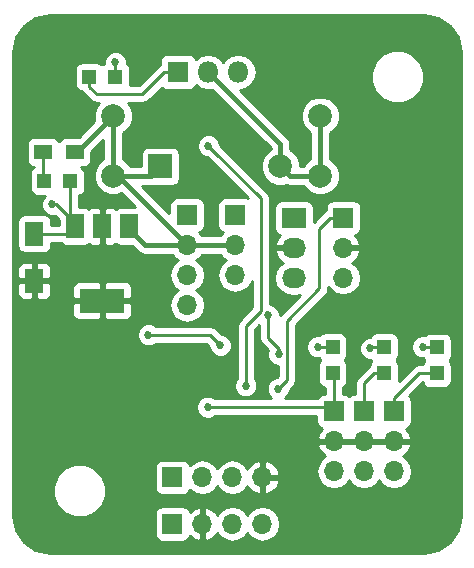
<source format=gbr>
G04 #@! TF.FileFunction,Copper,L2,Bot,Signal*
%FSLAX46Y46*%
G04 Gerber Fmt 4.6, Leading zero omitted, Abs format (unit mm)*
G04 Created by KiCad (PCBNEW 4.0.6) date Saturday, July 01, 2017 'AMt' 11:58:48 AM*
%MOMM*%
%LPD*%
G01*
G04 APERTURE LIST*
%ADD10C,0.100000*%
%ADD11R,1.600000X2.000000*%
%ADD12C,1.998980*%
%ADD13R,1.998980X1.998980*%
%ADD14R,1.700000X1.700000*%
%ADD15O,1.700000X1.700000*%
%ADD16R,2.032000X1.727200*%
%ADD17O,2.032000X1.727200*%
%ADD18C,2.000000*%
%ADD19R,1.800000X1.800000*%
%ADD20O,1.800000X1.800000*%
%ADD21R,1.500000X1.300000*%
%ADD22R,3.800000X2.000000*%
%ADD23R,1.500000X2.000000*%
%ADD24R,1.200000X1.200000*%
%ADD25C,0.685800*%
%ADD26C,0.254000*%
%ADD27C,0.406400*%
G04 APERTURE END LIST*
D10*
D11*
X198628000Y-102743000D03*
X198628000Y-98743000D03*
D12*
X219456000Y-93037660D03*
D13*
X209296000Y-93037660D03*
D14*
X224790000Y-97409000D03*
D15*
X224790000Y-99949000D03*
X224790000Y-102489000D03*
D14*
X224002600Y-113792000D03*
D15*
X224002600Y-116332000D03*
X224002600Y-118872000D03*
D14*
X226542600Y-113792000D03*
D15*
X226542600Y-116332000D03*
X226542600Y-118872000D03*
D14*
X229082600Y-113792000D03*
D15*
X229082600Y-116332000D03*
X229082600Y-118872000D03*
D14*
X215620600Y-97180400D03*
D15*
X215620600Y-99720400D03*
X215620600Y-102260400D03*
D14*
X211556600Y-97180400D03*
D15*
X211556600Y-99720400D03*
X211556600Y-102260400D03*
X211556600Y-104800400D03*
D16*
X220599000Y-97409000D03*
D17*
X220599000Y-99949000D03*
X220599000Y-102489000D03*
D18*
X222834200Y-93853000D03*
X222834200Y-88773000D03*
X205314200Y-93853000D03*
X205314200Y-88773000D03*
D14*
X210312000Y-123317000D03*
D15*
X212852000Y-123317000D03*
X215392000Y-123317000D03*
X217932000Y-123317000D03*
D14*
X210312000Y-119380000D03*
D15*
X212852000Y-119380000D03*
X215392000Y-119380000D03*
X217932000Y-119380000D03*
D19*
X210794600Y-85064600D03*
D20*
X213334600Y-85064600D03*
X215874600Y-85064600D03*
D21*
X202057000Y-91821000D03*
X199357000Y-91821000D03*
D22*
X204368400Y-104420200D03*
D23*
X204368400Y-98120200D03*
X206668400Y-98120200D03*
X202068400Y-98120200D03*
D24*
X223875600Y-110540800D03*
X223875600Y-108340800D03*
X228244400Y-110540800D03*
X228244400Y-108340800D03*
X232714800Y-110581800D03*
X232714800Y-108381800D03*
X199476000Y-94284800D03*
X201676000Y-94284800D03*
X203286000Y-85471000D03*
X205486000Y-85471000D03*
D25*
X210439000Y-116459000D03*
X200152000Y-96266000D03*
X213360000Y-91313000D03*
X216535000Y-111633000D03*
X227076000Y-108458000D03*
X208280000Y-107315000D03*
X214376000Y-108204000D03*
X222631000Y-108331000D03*
X231521000Y-108331000D03*
X205486000Y-84251800D03*
X219261111Y-111893614D03*
X218440000Y-105664000D03*
X219329000Y-108966000D03*
X213317798Y-113440740D03*
D26*
X202068400Y-98120200D02*
X202068400Y-97870200D01*
X202068400Y-97870200D02*
X200464200Y-96266000D01*
X200464200Y-96266000D02*
X200152000Y-96266000D01*
X198628000Y-98743000D02*
X201445600Y-98743000D01*
X201445600Y-98743000D02*
X202068400Y-98120200D01*
X201676000Y-94284800D02*
X201676000Y-97727800D01*
X201676000Y-97727800D02*
X202068400Y-98120200D01*
X213702899Y-91655899D02*
X213360000Y-91313000D01*
X217805000Y-95758000D02*
X213702899Y-91655899D01*
X217805000Y-105302808D02*
X217805000Y-95758000D01*
X216535000Y-106572808D02*
X217805000Y-105302808D01*
X216535000Y-111633000D02*
X216535000Y-106572808D01*
X207772000Y-86933200D02*
X203894200Y-86933200D01*
X203894200Y-86933200D02*
X203286000Y-86325000D01*
X203286000Y-86325000D02*
X203286000Y-85471000D01*
X210794600Y-85064600D02*
X209640600Y-85064600D01*
X209640600Y-85064600D02*
X207772000Y-86933200D01*
X228244400Y-108340800D02*
X227193200Y-108340800D01*
X227193200Y-108340800D02*
X227076000Y-108458000D01*
D27*
X205314200Y-88773000D02*
X202266200Y-91821000D01*
X202266200Y-91821000D02*
X202057000Y-91821000D01*
X205314200Y-93853000D02*
X205314200Y-88773000D01*
X205314200Y-93853000D02*
X208480660Y-93853000D01*
X208480660Y-93853000D02*
X209296000Y-93037660D01*
X211556600Y-99720400D02*
X205689200Y-93853000D01*
X205689200Y-93853000D02*
X205314200Y-93853000D01*
X211556600Y-99720400D02*
X208018600Y-99720400D01*
X208018600Y-99720400D02*
X206668400Y-98370200D01*
X206668400Y-98370200D02*
X206668400Y-98120200D01*
X211556600Y-99720400D02*
X215620600Y-99720400D01*
D26*
X226542600Y-113792000D02*
X226542600Y-111388600D01*
X226542600Y-111388600D02*
X227390400Y-110540800D01*
X227390400Y-110540800D02*
X228244400Y-110540800D01*
X228219000Y-110566200D02*
X228244400Y-110540800D01*
X229082600Y-113792000D02*
X229082600Y-112688000D01*
X231860800Y-110581800D02*
X232714800Y-110581800D01*
X229082600Y-112688000D02*
X231188800Y-110581800D01*
X231188800Y-110581800D02*
X231860800Y-110581800D01*
X232689400Y-110607200D02*
X232714800Y-110581800D01*
X214376000Y-108204000D02*
X213487000Y-107315000D01*
X213487000Y-107315000D02*
X208280000Y-107315000D01*
X223875600Y-108340800D02*
X222640800Y-108340800D01*
X222640800Y-108340800D02*
X222631000Y-108331000D01*
X232714800Y-108381800D02*
X231571800Y-108381800D01*
X231571800Y-108381800D02*
X231521000Y-108331000D01*
X199357000Y-91821000D02*
X199357000Y-94165800D01*
X199357000Y-94165800D02*
X199476000Y-94284800D01*
D27*
X222834200Y-93853000D02*
X220271340Y-93853000D01*
X220271340Y-93853000D02*
X219456000Y-93037660D01*
X222834200Y-93853000D02*
X222834200Y-88773000D01*
X219456000Y-93037660D02*
X219456000Y-91186000D01*
X219456000Y-91186000D02*
X213334600Y-85064600D01*
D26*
X205486000Y-84251800D02*
X205486000Y-85471000D01*
X219604010Y-111550715D02*
X219261111Y-111893614D01*
X220002101Y-111152624D02*
X219604010Y-111550715D01*
X222758000Y-98337000D02*
X222758000Y-103378000D01*
X223686000Y-97409000D02*
X222758000Y-98337000D01*
X224790000Y-97409000D02*
X223686000Y-97409000D01*
X222758000Y-103378000D02*
X220002101Y-106133899D01*
X220002101Y-106133899D02*
X220002101Y-111152624D01*
X218440000Y-107592067D02*
X218440000Y-105664000D01*
X219329000Y-108966000D02*
X219329000Y-108481067D01*
X219329000Y-108481067D02*
X218440000Y-107592067D01*
X224002600Y-113792000D02*
X224002600Y-110667800D01*
X224002600Y-110667800D02*
X223875600Y-110540800D01*
X213317798Y-113440740D02*
X223651340Y-113440740D01*
X223651340Y-113440740D02*
X224002600Y-113792000D01*
X223498940Y-113440740D02*
X223850200Y-113792000D01*
X223850200Y-110566200D02*
X223875600Y-110540800D01*
X223875600Y-113207800D02*
X223850200Y-113233200D01*
X223642660Y-113440740D02*
X223850200Y-113233200D01*
G36*
X232828995Y-80460824D02*
X233830196Y-81129804D01*
X234499175Y-82131005D01*
X234748000Y-83381931D01*
X234748000Y-122612069D01*
X234499175Y-123862995D01*
X233830196Y-124864196D01*
X232828995Y-125533176D01*
X231578069Y-125782000D01*
X199967931Y-125782000D01*
X198717005Y-125533175D01*
X197715804Y-124864196D01*
X197046824Y-123862995D01*
X196798000Y-122612069D01*
X196798000Y-120965619D01*
X200202613Y-120965619D01*
X200542155Y-121787372D01*
X201170321Y-122416636D01*
X201991481Y-122757611D01*
X202880619Y-122758387D01*
X203585828Y-122467000D01*
X208814560Y-122467000D01*
X208814560Y-124167000D01*
X208858838Y-124402317D01*
X208997910Y-124618441D01*
X209210110Y-124763431D01*
X209462000Y-124814440D01*
X211162000Y-124814440D01*
X211397317Y-124770162D01*
X211613441Y-124631090D01*
X211758431Y-124418890D01*
X211780301Y-124310893D01*
X212085076Y-124588645D01*
X212495110Y-124758476D01*
X212725000Y-124637155D01*
X212725000Y-123444000D01*
X212705000Y-123444000D01*
X212705000Y-123190000D01*
X212725000Y-123190000D01*
X212725000Y-121996845D01*
X212979000Y-121996845D01*
X212979000Y-123190000D01*
X212999000Y-123190000D01*
X212999000Y-123444000D01*
X212979000Y-123444000D01*
X212979000Y-124637155D01*
X213208890Y-124758476D01*
X213618924Y-124588645D01*
X214047183Y-124198358D01*
X214114298Y-124055447D01*
X214341946Y-124396147D01*
X214823715Y-124718054D01*
X215392000Y-124831093D01*
X215960285Y-124718054D01*
X216442054Y-124396147D01*
X216662000Y-124066974D01*
X216881946Y-124396147D01*
X217363715Y-124718054D01*
X217932000Y-124831093D01*
X218500285Y-124718054D01*
X218982054Y-124396147D01*
X219303961Y-123914378D01*
X219417000Y-123346093D01*
X219417000Y-123287907D01*
X219303961Y-122719622D01*
X218982054Y-122237853D01*
X218500285Y-121915946D01*
X217932000Y-121802907D01*
X217363715Y-121915946D01*
X216881946Y-122237853D01*
X216662000Y-122567026D01*
X216442054Y-122237853D01*
X215960285Y-121915946D01*
X215392000Y-121802907D01*
X214823715Y-121915946D01*
X214341946Y-122237853D01*
X214114298Y-122578553D01*
X214047183Y-122435642D01*
X213618924Y-122045355D01*
X213208890Y-121875524D01*
X212979000Y-121996845D01*
X212725000Y-121996845D01*
X212495110Y-121875524D01*
X212085076Y-122045355D01*
X211782063Y-122321501D01*
X211765162Y-122231683D01*
X211626090Y-122015559D01*
X211413890Y-121870569D01*
X211162000Y-121819560D01*
X209462000Y-121819560D01*
X209226683Y-121863838D01*
X209010559Y-122002910D01*
X208865569Y-122215110D01*
X208814560Y-122467000D01*
X203585828Y-122467000D01*
X203702372Y-122418845D01*
X204331636Y-121790679D01*
X204672611Y-120969519D01*
X204673387Y-120080381D01*
X204333845Y-119258628D01*
X203705679Y-118629364D01*
X203466384Y-118530000D01*
X208814560Y-118530000D01*
X208814560Y-120230000D01*
X208858838Y-120465317D01*
X208997910Y-120681441D01*
X209210110Y-120826431D01*
X209462000Y-120877440D01*
X211162000Y-120877440D01*
X211397317Y-120833162D01*
X211613441Y-120694090D01*
X211758431Y-120481890D01*
X211772086Y-120414459D01*
X211801946Y-120459147D01*
X212283715Y-120781054D01*
X212852000Y-120894093D01*
X213420285Y-120781054D01*
X213902054Y-120459147D01*
X214122000Y-120129974D01*
X214341946Y-120459147D01*
X214823715Y-120781054D01*
X215392000Y-120894093D01*
X215960285Y-120781054D01*
X216442054Y-120459147D01*
X216669702Y-120118447D01*
X216736817Y-120261358D01*
X217165076Y-120651645D01*
X217575110Y-120821476D01*
X217805000Y-120700155D01*
X217805000Y-119507000D01*
X218059000Y-119507000D01*
X218059000Y-120700155D01*
X218288890Y-120821476D01*
X218698924Y-120651645D01*
X219127183Y-120261358D01*
X219373486Y-119736892D01*
X219252819Y-119507000D01*
X218059000Y-119507000D01*
X217805000Y-119507000D01*
X217785000Y-119507000D01*
X217785000Y-119253000D01*
X217805000Y-119253000D01*
X217805000Y-118059845D01*
X218059000Y-118059845D01*
X218059000Y-119253000D01*
X219252819Y-119253000D01*
X219373486Y-119023108D01*
X219302522Y-118872000D01*
X222488507Y-118872000D01*
X222601546Y-119440285D01*
X222923453Y-119922054D01*
X223405222Y-120243961D01*
X223973507Y-120357000D01*
X224031693Y-120357000D01*
X224599978Y-120243961D01*
X225081747Y-119922054D01*
X225272600Y-119636422D01*
X225463453Y-119922054D01*
X225945222Y-120243961D01*
X226513507Y-120357000D01*
X226571693Y-120357000D01*
X227139978Y-120243961D01*
X227621747Y-119922054D01*
X227812600Y-119636422D01*
X228003453Y-119922054D01*
X228485222Y-120243961D01*
X229053507Y-120357000D01*
X229111693Y-120357000D01*
X229679978Y-120243961D01*
X230161747Y-119922054D01*
X230483654Y-119440285D01*
X230596693Y-118872000D01*
X230483654Y-118303715D01*
X230161747Y-117821946D01*
X229821047Y-117594298D01*
X229963958Y-117527183D01*
X230354245Y-117098924D01*
X230524076Y-116688890D01*
X230402755Y-116459000D01*
X229209600Y-116459000D01*
X229209600Y-116479000D01*
X228955600Y-116479000D01*
X228955600Y-116459000D01*
X226669600Y-116459000D01*
X226669600Y-116479000D01*
X226415600Y-116479000D01*
X226415600Y-116459000D01*
X224129600Y-116459000D01*
X224129600Y-116479000D01*
X223875600Y-116479000D01*
X223875600Y-116459000D01*
X222682445Y-116459000D01*
X222561124Y-116688890D01*
X222730955Y-117098924D01*
X223121242Y-117527183D01*
X223264153Y-117594298D01*
X222923453Y-117821946D01*
X222601546Y-118303715D01*
X222488507Y-118872000D01*
X219302522Y-118872000D01*
X219127183Y-118498642D01*
X218698924Y-118108355D01*
X218288890Y-117938524D01*
X218059000Y-118059845D01*
X217805000Y-118059845D01*
X217575110Y-117938524D01*
X217165076Y-118108355D01*
X216736817Y-118498642D01*
X216669702Y-118641553D01*
X216442054Y-118300853D01*
X215960285Y-117978946D01*
X215392000Y-117865907D01*
X214823715Y-117978946D01*
X214341946Y-118300853D01*
X214122000Y-118630026D01*
X213902054Y-118300853D01*
X213420285Y-117978946D01*
X212852000Y-117865907D01*
X212283715Y-117978946D01*
X211801946Y-118300853D01*
X211774150Y-118342452D01*
X211765162Y-118294683D01*
X211626090Y-118078559D01*
X211413890Y-117933569D01*
X211162000Y-117882560D01*
X209462000Y-117882560D01*
X209226683Y-117926838D01*
X209010559Y-118065910D01*
X208865569Y-118278110D01*
X208814560Y-118530000D01*
X203466384Y-118530000D01*
X202884519Y-118288389D01*
X201995381Y-118287613D01*
X201173628Y-118627155D01*
X200544364Y-119255321D01*
X200203389Y-120076481D01*
X200202613Y-120965619D01*
X196798000Y-120965619D01*
X196798000Y-107508663D01*
X207301931Y-107508663D01*
X207450493Y-107868212D01*
X207725341Y-108143540D01*
X208084630Y-108292730D01*
X208473663Y-108293069D01*
X208833212Y-108144507D01*
X208900837Y-108077000D01*
X213171370Y-108077000D01*
X213398013Y-108303643D01*
X213397931Y-108397663D01*
X213546493Y-108757212D01*
X213821341Y-109032540D01*
X214180630Y-109181730D01*
X214569663Y-109182069D01*
X214929212Y-109033507D01*
X215204540Y-108758659D01*
X215353730Y-108399370D01*
X215354069Y-108010337D01*
X215205507Y-107650788D01*
X214930659Y-107375460D01*
X214571370Y-107226270D01*
X214475817Y-107226187D01*
X214025815Y-106776185D01*
X213870960Y-106672714D01*
X213778605Y-106611004D01*
X213487000Y-106553000D01*
X208901083Y-106553000D01*
X208834659Y-106486460D01*
X208475370Y-106337270D01*
X208086337Y-106336931D01*
X207726788Y-106485493D01*
X207451460Y-106760341D01*
X207302270Y-107119630D01*
X207301931Y-107508663D01*
X196798000Y-107508663D01*
X196798000Y-104705950D01*
X201833400Y-104705950D01*
X201833400Y-105546509D01*
X201930073Y-105779898D01*
X202108701Y-105958527D01*
X202342090Y-106055200D01*
X204082650Y-106055200D01*
X204241400Y-105896450D01*
X204241400Y-104547200D01*
X204495400Y-104547200D01*
X204495400Y-105896450D01*
X204654150Y-106055200D01*
X206394710Y-106055200D01*
X206628099Y-105958527D01*
X206806727Y-105779898D01*
X206903400Y-105546509D01*
X206903400Y-104705950D01*
X206744650Y-104547200D01*
X204495400Y-104547200D01*
X204241400Y-104547200D01*
X201992150Y-104547200D01*
X201833400Y-104705950D01*
X196798000Y-104705950D01*
X196798000Y-103028750D01*
X197193000Y-103028750D01*
X197193000Y-103869309D01*
X197289673Y-104102698D01*
X197468301Y-104281327D01*
X197701690Y-104378000D01*
X198342250Y-104378000D01*
X198501000Y-104219250D01*
X198501000Y-102870000D01*
X198755000Y-102870000D01*
X198755000Y-104219250D01*
X198913750Y-104378000D01*
X199554310Y-104378000D01*
X199787699Y-104281327D01*
X199966327Y-104102698D01*
X200063000Y-103869309D01*
X200063000Y-103293891D01*
X201833400Y-103293891D01*
X201833400Y-104134450D01*
X201992150Y-104293200D01*
X204241400Y-104293200D01*
X204241400Y-102943950D01*
X204495400Y-102943950D01*
X204495400Y-104293200D01*
X206744650Y-104293200D01*
X206903400Y-104134450D01*
X206903400Y-103293891D01*
X206806727Y-103060502D01*
X206628099Y-102881873D01*
X206394710Y-102785200D01*
X204654150Y-102785200D01*
X204495400Y-102943950D01*
X204241400Y-102943950D01*
X204082650Y-102785200D01*
X202342090Y-102785200D01*
X202108701Y-102881873D01*
X201930073Y-103060502D01*
X201833400Y-103293891D01*
X200063000Y-103293891D01*
X200063000Y-103028750D01*
X199904250Y-102870000D01*
X198755000Y-102870000D01*
X198501000Y-102870000D01*
X197351750Y-102870000D01*
X197193000Y-103028750D01*
X196798000Y-103028750D01*
X196798000Y-101616691D01*
X197193000Y-101616691D01*
X197193000Y-102457250D01*
X197351750Y-102616000D01*
X198501000Y-102616000D01*
X198501000Y-101266750D01*
X198755000Y-101266750D01*
X198755000Y-102616000D01*
X199904250Y-102616000D01*
X200063000Y-102457250D01*
X200063000Y-101616691D01*
X199966327Y-101383302D01*
X199787699Y-101204673D01*
X199554310Y-101108000D01*
X198913750Y-101108000D01*
X198755000Y-101266750D01*
X198501000Y-101266750D01*
X198342250Y-101108000D01*
X197701690Y-101108000D01*
X197468301Y-101204673D01*
X197289673Y-101383302D01*
X197193000Y-101616691D01*
X196798000Y-101616691D01*
X196798000Y-97743000D01*
X197180560Y-97743000D01*
X197180560Y-99743000D01*
X197224838Y-99978317D01*
X197363910Y-100194441D01*
X197576110Y-100339431D01*
X197828000Y-100390440D01*
X199428000Y-100390440D01*
X199663317Y-100346162D01*
X199879441Y-100207090D01*
X200024431Y-99994890D01*
X200075440Y-99743000D01*
X200075440Y-99505000D01*
X200811428Y-99505000D01*
X200854310Y-99571641D01*
X201066510Y-99716631D01*
X201318400Y-99767640D01*
X202818400Y-99767640D01*
X203053717Y-99723362D01*
X203217892Y-99617718D01*
X203258701Y-99658527D01*
X203492090Y-99755200D01*
X204082650Y-99755200D01*
X204241400Y-99596450D01*
X204241400Y-98247200D01*
X204221400Y-98247200D01*
X204221400Y-97993200D01*
X204241400Y-97993200D01*
X204241400Y-96643950D01*
X204082650Y-96485200D01*
X203492090Y-96485200D01*
X203258701Y-96581873D01*
X203216740Y-96623834D01*
X203070290Y-96523769D01*
X202818400Y-96472760D01*
X202438000Y-96472760D01*
X202438000Y-95501758D01*
X202511317Y-95487962D01*
X202727441Y-95348890D01*
X202872431Y-95136690D01*
X202923440Y-94884800D01*
X202923440Y-93684800D01*
X202879162Y-93449483D01*
X202740090Y-93233359D01*
X202571900Y-93118440D01*
X202807000Y-93118440D01*
X203042317Y-93074162D01*
X203258441Y-92935090D01*
X203403431Y-92722890D01*
X203454440Y-92471000D01*
X203454440Y-91818154D01*
X204476000Y-90796594D01*
X204476000Y-92430264D01*
X204389257Y-92466106D01*
X203928922Y-92925637D01*
X203679484Y-93526352D01*
X203678916Y-94176795D01*
X203927306Y-94777943D01*
X204386837Y-95238278D01*
X204987552Y-95487716D01*
X205637995Y-95488284D01*
X205992579Y-95341773D01*
X207123566Y-96472760D01*
X205918400Y-96472760D01*
X205683083Y-96517038D01*
X205518908Y-96622682D01*
X205478099Y-96581873D01*
X205244710Y-96485200D01*
X204654150Y-96485200D01*
X204495400Y-96643950D01*
X204495400Y-97993200D01*
X204515400Y-97993200D01*
X204515400Y-98247200D01*
X204495400Y-98247200D01*
X204495400Y-99596450D01*
X204654150Y-99755200D01*
X205244710Y-99755200D01*
X205478099Y-99658527D01*
X205520060Y-99616566D01*
X205666510Y-99716631D01*
X205918400Y-99767640D01*
X206880446Y-99767640D01*
X207425903Y-100313097D01*
X207697834Y-100494796D01*
X208018600Y-100558600D01*
X210335897Y-100558600D01*
X210477453Y-100770454D01*
X210806626Y-100990400D01*
X210477453Y-101210346D01*
X210155546Y-101692115D01*
X210042507Y-102260400D01*
X210155546Y-102828685D01*
X210477453Y-103310454D01*
X210806626Y-103530400D01*
X210477453Y-103750346D01*
X210155546Y-104232115D01*
X210042507Y-104800400D01*
X210155546Y-105368685D01*
X210477453Y-105850454D01*
X210959222Y-106172361D01*
X211527507Y-106285400D01*
X211585693Y-106285400D01*
X212153978Y-106172361D01*
X212635747Y-105850454D01*
X212957654Y-105368685D01*
X213070693Y-104800400D01*
X212957654Y-104232115D01*
X212635747Y-103750346D01*
X212306574Y-103530400D01*
X212635747Y-103310454D01*
X212957654Y-102828685D01*
X213070693Y-102260400D01*
X212957654Y-101692115D01*
X212635747Y-101210346D01*
X212306574Y-100990400D01*
X212635747Y-100770454D01*
X212777303Y-100558600D01*
X214399897Y-100558600D01*
X214541453Y-100770454D01*
X214870626Y-100990400D01*
X214541453Y-101210346D01*
X214219546Y-101692115D01*
X214106507Y-102260400D01*
X214219546Y-102828685D01*
X214541453Y-103310454D01*
X215023222Y-103632361D01*
X215591507Y-103745400D01*
X215649693Y-103745400D01*
X216217978Y-103632361D01*
X216699747Y-103310454D01*
X217021654Y-102828685D01*
X217043000Y-102721371D01*
X217043000Y-104987177D01*
X215996185Y-106033993D01*
X215831004Y-106281203D01*
X215773000Y-106572808D01*
X215773000Y-111011917D01*
X215706460Y-111078341D01*
X215557270Y-111437630D01*
X215556931Y-111826663D01*
X215705493Y-112186212D01*
X215980341Y-112461540D01*
X216339630Y-112610730D01*
X216728663Y-112611069D01*
X217088212Y-112462507D01*
X217363540Y-112187659D01*
X217512730Y-111828370D01*
X217513069Y-111439337D01*
X217364507Y-111079788D01*
X217297000Y-111012163D01*
X217297000Y-106888438D01*
X217678000Y-106507438D01*
X217678000Y-107592067D01*
X217736004Y-107883672D01*
X217865182Y-108077000D01*
X217901185Y-108130882D01*
X218406918Y-108636615D01*
X218351270Y-108770630D01*
X218350931Y-109159663D01*
X218499493Y-109519212D01*
X218774341Y-109794540D01*
X219133630Y-109943730D01*
X219240101Y-109943823D01*
X219240101Y-110836994D01*
X219161468Y-110915627D01*
X219067448Y-110915545D01*
X218707899Y-111064107D01*
X218432571Y-111338955D01*
X218283381Y-111698244D01*
X218283042Y-112087277D01*
X218431604Y-112446826D01*
X218663114Y-112678740D01*
X213938881Y-112678740D01*
X213872457Y-112612200D01*
X213513168Y-112463010D01*
X213124135Y-112462671D01*
X212764586Y-112611233D01*
X212489258Y-112886081D01*
X212340068Y-113245370D01*
X212339729Y-113634403D01*
X212488291Y-113993952D01*
X212763139Y-114269280D01*
X213122428Y-114418470D01*
X213511461Y-114418809D01*
X213871010Y-114270247D01*
X213938635Y-114202740D01*
X222505160Y-114202740D01*
X222505160Y-114642000D01*
X222549438Y-114877317D01*
X222688510Y-115093441D01*
X222900710Y-115238431D01*
X223008707Y-115260301D01*
X222730955Y-115565076D01*
X222561124Y-115975110D01*
X222682445Y-116205000D01*
X223875600Y-116205000D01*
X223875600Y-116185000D01*
X224129600Y-116185000D01*
X224129600Y-116205000D01*
X226415600Y-116205000D01*
X226415600Y-116185000D01*
X226669600Y-116185000D01*
X226669600Y-116205000D01*
X228955600Y-116205000D01*
X228955600Y-116185000D01*
X229209600Y-116185000D01*
X229209600Y-116205000D01*
X230402755Y-116205000D01*
X230524076Y-115975110D01*
X230354245Y-115565076D01*
X230078099Y-115262063D01*
X230167917Y-115245162D01*
X230384041Y-115106090D01*
X230529031Y-114893890D01*
X230580040Y-114642000D01*
X230580040Y-112942000D01*
X230535762Y-112706683D01*
X230396690Y-112490559D01*
X230373510Y-112474721D01*
X231498886Y-111349345D01*
X231511638Y-111417117D01*
X231650710Y-111633241D01*
X231862910Y-111778231D01*
X232114800Y-111829240D01*
X233314800Y-111829240D01*
X233550117Y-111784962D01*
X233766241Y-111645890D01*
X233911231Y-111433690D01*
X233962240Y-111181800D01*
X233962240Y-109981800D01*
X233917962Y-109746483D01*
X233799730Y-109562745D01*
X233799875Y-109396665D01*
X233911231Y-109233690D01*
X233962240Y-108981800D01*
X233962240Y-107781800D01*
X233917962Y-107546483D01*
X233778890Y-107330359D01*
X233566690Y-107185369D01*
X233314800Y-107134360D01*
X232114800Y-107134360D01*
X231879483Y-107178638D01*
X231663359Y-107317710D01*
X231639108Y-107353203D01*
X231327337Y-107352931D01*
X230967788Y-107501493D01*
X230692460Y-107776341D01*
X230543270Y-108135630D01*
X230542931Y-108524663D01*
X230691493Y-108884212D01*
X230966341Y-109159540D01*
X231325630Y-109308730D01*
X231570727Y-109308944D01*
X231629870Y-109400855D01*
X231629725Y-109566935D01*
X231518369Y-109729910D01*
X231500166Y-109819800D01*
X231188800Y-109819800D01*
X230897195Y-109877804D01*
X230802915Y-109940800D01*
X230649985Y-110042984D01*
X229476521Y-111216449D01*
X229491840Y-111140800D01*
X229491840Y-109940800D01*
X229447562Y-109705483D01*
X229329330Y-109521745D01*
X229329475Y-109355665D01*
X229440831Y-109192690D01*
X229491840Y-108940800D01*
X229491840Y-107740800D01*
X229447562Y-107505483D01*
X229308490Y-107289359D01*
X229096290Y-107144369D01*
X228844400Y-107093360D01*
X227644400Y-107093360D01*
X227409083Y-107137638D01*
X227192959Y-107276710D01*
X227054002Y-107480081D01*
X226882337Y-107479931D01*
X226522788Y-107628493D01*
X226247460Y-107903341D01*
X226098270Y-108262630D01*
X226097931Y-108651663D01*
X226246493Y-109011212D01*
X226521341Y-109286540D01*
X226880630Y-109435730D01*
X227159404Y-109435973D01*
X227159325Y-109525935D01*
X227047969Y-109688910D01*
X227005380Y-109899222D01*
X226851584Y-110001985D01*
X226003785Y-110849785D01*
X225838604Y-111096995D01*
X225780600Y-111388600D01*
X225780600Y-112294560D01*
X225692600Y-112294560D01*
X225457283Y-112338838D01*
X225270523Y-112459015D01*
X225104490Y-112345569D01*
X224852600Y-112294560D01*
X224764600Y-112294560D01*
X224764600Y-111709418D01*
X224927041Y-111604890D01*
X225072031Y-111392690D01*
X225123040Y-111140800D01*
X225123040Y-109940800D01*
X225078762Y-109705483D01*
X224960530Y-109521745D01*
X224960675Y-109355665D01*
X225072031Y-109192690D01*
X225123040Y-108940800D01*
X225123040Y-107740800D01*
X225078762Y-107505483D01*
X224939690Y-107289359D01*
X224727490Y-107144369D01*
X224475600Y-107093360D01*
X223275600Y-107093360D01*
X223040283Y-107137638D01*
X222824159Y-107276710D01*
X222771880Y-107353223D01*
X222437337Y-107352931D01*
X222077788Y-107501493D01*
X221802460Y-107776341D01*
X221653270Y-108135630D01*
X221652931Y-108524663D01*
X221801493Y-108884212D01*
X222076341Y-109159540D01*
X222435630Y-109308730D01*
X222757953Y-109309011D01*
X222790670Y-109359855D01*
X222790525Y-109525935D01*
X222679169Y-109688910D01*
X222628160Y-109940800D01*
X222628160Y-111140800D01*
X222672438Y-111376117D01*
X222811510Y-111592241D01*
X223023710Y-111737231D01*
X223240600Y-111781152D01*
X223240600Y-112294560D01*
X223152600Y-112294560D01*
X222917283Y-112338838D01*
X222701159Y-112477910D01*
X222563938Y-112678740D01*
X219858782Y-112678740D01*
X220089651Y-112448273D01*
X220238841Y-112088984D01*
X220238924Y-111993431D01*
X220540917Y-111691439D01*
X220639935Y-111543247D01*
X220706097Y-111444229D01*
X220764101Y-111152624D01*
X220764101Y-106449529D01*
X223296816Y-103916815D01*
X223411351Y-103745400D01*
X223461996Y-103669605D01*
X223520000Y-103378000D01*
X223520000Y-103253422D01*
X223710853Y-103539054D01*
X224192622Y-103860961D01*
X224760907Y-103974000D01*
X224819093Y-103974000D01*
X225387378Y-103860961D01*
X225869147Y-103539054D01*
X226191054Y-103057285D01*
X226304093Y-102489000D01*
X226191054Y-101920715D01*
X225869147Y-101438946D01*
X225528447Y-101211298D01*
X225671358Y-101144183D01*
X226061645Y-100715924D01*
X226231476Y-100305890D01*
X226110155Y-100076000D01*
X224917000Y-100076000D01*
X224917000Y-100096000D01*
X224663000Y-100096000D01*
X224663000Y-100076000D01*
X224643000Y-100076000D01*
X224643000Y-99822000D01*
X224663000Y-99822000D01*
X224663000Y-99802000D01*
X224917000Y-99802000D01*
X224917000Y-99822000D01*
X226110155Y-99822000D01*
X226231476Y-99592110D01*
X226061645Y-99182076D01*
X225785499Y-98879063D01*
X225875317Y-98862162D01*
X226091441Y-98723090D01*
X226236431Y-98510890D01*
X226287440Y-98259000D01*
X226287440Y-96559000D01*
X226243162Y-96323683D01*
X226104090Y-96107559D01*
X225891890Y-95962569D01*
X225640000Y-95911560D01*
X223940000Y-95911560D01*
X223704683Y-95955838D01*
X223488559Y-96094910D01*
X223343569Y-96307110D01*
X223292560Y-96559000D01*
X223292560Y-96773048D01*
X223147185Y-96870185D01*
X222262440Y-97754930D01*
X222262440Y-96545400D01*
X222218162Y-96310083D01*
X222079090Y-96093959D01*
X221866890Y-95948969D01*
X221615000Y-95897960D01*
X219583000Y-95897960D01*
X219347683Y-95942238D01*
X219131559Y-96081310D01*
X218986569Y-96293510D01*
X218935560Y-96545400D01*
X218935560Y-98272600D01*
X218979838Y-98507917D01*
X219118910Y-98724041D01*
X219331110Y-98869031D01*
X219425927Y-98888232D01*
X219248268Y-99046964D01*
X218994291Y-99574209D01*
X218991642Y-99589974D01*
X219112783Y-99822000D01*
X220472000Y-99822000D01*
X220472000Y-99802000D01*
X220726000Y-99802000D01*
X220726000Y-99822000D01*
X220746000Y-99822000D01*
X220746000Y-100076000D01*
X220726000Y-100076000D01*
X220726000Y-100096000D01*
X220472000Y-100096000D01*
X220472000Y-100076000D01*
X219112783Y-100076000D01*
X218991642Y-100308026D01*
X218994291Y-100323791D01*
X219248268Y-100851036D01*
X219664069Y-101222539D01*
X219354585Y-101429330D01*
X219029729Y-101915511D01*
X218915655Y-102489000D01*
X219029729Y-103062489D01*
X219354585Y-103548670D01*
X219840766Y-103873526D01*
X220414255Y-103987600D01*
X220783745Y-103987600D01*
X221142038Y-103916331D01*
X219463286Y-105595084D01*
X219417901Y-105663007D01*
X219418069Y-105470337D01*
X219269507Y-105110788D01*
X218994659Y-104835460D01*
X218635370Y-104686270D01*
X218567000Y-104686210D01*
X218567000Y-95758000D01*
X218508996Y-95466395D01*
X218343815Y-95219185D01*
X214337987Y-91213357D01*
X214338069Y-91119337D01*
X214189507Y-90759788D01*
X213914659Y-90484460D01*
X213555370Y-90335270D01*
X213166337Y-90334931D01*
X212806788Y-90483493D01*
X212531460Y-90758341D01*
X212382270Y-91117630D01*
X212381931Y-91506663D01*
X212530493Y-91866212D01*
X212805341Y-92141540D01*
X213164630Y-92290730D01*
X213260183Y-92290813D01*
X216698476Y-95729106D01*
X216470600Y-95682960D01*
X214770600Y-95682960D01*
X214535283Y-95727238D01*
X214319159Y-95866310D01*
X214174169Y-96078510D01*
X214123160Y-96330400D01*
X214123160Y-98030400D01*
X214167438Y-98265717D01*
X214306510Y-98481841D01*
X214518710Y-98626831D01*
X214586141Y-98640486D01*
X214541453Y-98670346D01*
X214399897Y-98882200D01*
X212777303Y-98882200D01*
X212635747Y-98670346D01*
X212594148Y-98642550D01*
X212641917Y-98633562D01*
X212858041Y-98494490D01*
X213003031Y-98282290D01*
X213054040Y-98030400D01*
X213054040Y-96330400D01*
X213009762Y-96095083D01*
X212870690Y-95878959D01*
X212658490Y-95733969D01*
X212406600Y-95682960D01*
X210706600Y-95682960D01*
X210471283Y-95727238D01*
X210255159Y-95866310D01*
X210110169Y-96078510D01*
X210059160Y-96330400D01*
X210059160Y-97037566D01*
X207712794Y-94691200D01*
X208480660Y-94691200D01*
X208513891Y-94684590D01*
X210295490Y-94684590D01*
X210530807Y-94640312D01*
X210746931Y-94501240D01*
X210891921Y-94289040D01*
X210942930Y-94037150D01*
X210942930Y-92038170D01*
X210898652Y-91802853D01*
X210759580Y-91586729D01*
X210547380Y-91441739D01*
X210295490Y-91390730D01*
X208296510Y-91390730D01*
X208061193Y-91435008D01*
X207845069Y-91574080D01*
X207700079Y-91786280D01*
X207649070Y-92038170D01*
X207649070Y-93014800D01*
X206736936Y-93014800D01*
X206701094Y-92928057D01*
X206241563Y-92467722D01*
X206152400Y-92430698D01*
X206152400Y-90195736D01*
X206239143Y-90159894D01*
X206699478Y-89700363D01*
X206948916Y-89099648D01*
X206949484Y-88449205D01*
X206701094Y-87848057D01*
X206548504Y-87695200D01*
X207772000Y-87695200D01*
X208063605Y-87637196D01*
X208310815Y-87472015D01*
X209405561Y-86377269D01*
X209430510Y-86416041D01*
X209642710Y-86561031D01*
X209894600Y-86612040D01*
X211694600Y-86612040D01*
X211929917Y-86567762D01*
X212146041Y-86428690D01*
X212291031Y-86216490D01*
X212294319Y-86200256D01*
X212717109Y-86482755D01*
X213304528Y-86599600D01*
X213364672Y-86599600D01*
X213631192Y-86546586D01*
X218617800Y-91533194D01*
X218617800Y-91615476D01*
X218531345Y-91651198D01*
X218071154Y-92110587D01*
X217821794Y-92711113D01*
X217821226Y-93361354D01*
X218069538Y-93962315D01*
X218528927Y-94422506D01*
X219129453Y-94671866D01*
X219779694Y-94672434D01*
X219926930Y-94611597D01*
X219950575Y-94627396D01*
X220271340Y-94691200D01*
X221411464Y-94691200D01*
X221447306Y-94777943D01*
X221906837Y-95238278D01*
X222507552Y-95487716D01*
X223157995Y-95488284D01*
X223759143Y-95239894D01*
X224219478Y-94780363D01*
X224468916Y-94179648D01*
X224469484Y-93529205D01*
X224221094Y-92928057D01*
X223761563Y-92467722D01*
X223672400Y-92430698D01*
X223672400Y-90195736D01*
X223759143Y-90159894D01*
X224219478Y-89700363D01*
X224468916Y-89099648D01*
X224469484Y-88449205D01*
X224221094Y-87848057D01*
X223761563Y-87387722D01*
X223160848Y-87138284D01*
X222510405Y-87137716D01*
X221909257Y-87386106D01*
X221448922Y-87845637D01*
X221199484Y-88446352D01*
X221198916Y-89096795D01*
X221447306Y-89697943D01*
X221906837Y-90158278D01*
X221996000Y-90195302D01*
X221996000Y-92430264D01*
X221909257Y-92466106D01*
X221448922Y-92925637D01*
X221411898Y-93014800D01*
X221090511Y-93014800D01*
X221090774Y-92713966D01*
X220842462Y-92113005D01*
X220383073Y-91652814D01*
X220294200Y-91615911D01*
X220294200Y-91186000D01*
X220230396Y-90865235D01*
X220048697Y-90593303D01*
X216030054Y-86574660D01*
X216492091Y-86482755D01*
X216990081Y-86150009D01*
X217148031Y-85913619D01*
X227126613Y-85913619D01*
X227466155Y-86735372D01*
X228094321Y-87364636D01*
X228915481Y-87705611D01*
X229804619Y-87706387D01*
X230626372Y-87366845D01*
X231255636Y-86738679D01*
X231596611Y-85917519D01*
X231597387Y-85028381D01*
X231257845Y-84206628D01*
X230629679Y-83577364D01*
X229808519Y-83236389D01*
X228919381Y-83235613D01*
X228097628Y-83575155D01*
X227468364Y-84203321D01*
X227127389Y-85024481D01*
X227126613Y-85913619D01*
X217148031Y-85913619D01*
X217322827Y-85652019D01*
X217439672Y-85064600D01*
X217322827Y-84477181D01*
X216990081Y-83979191D01*
X216492091Y-83646445D01*
X215904672Y-83529600D01*
X215844528Y-83529600D01*
X215257109Y-83646445D01*
X214759119Y-83979191D01*
X214604600Y-84210445D01*
X214450081Y-83979191D01*
X213952091Y-83646445D01*
X213364672Y-83529600D01*
X213304528Y-83529600D01*
X212717109Y-83646445D01*
X212296574Y-83927437D01*
X212158690Y-83713159D01*
X211946490Y-83568169D01*
X211694600Y-83517160D01*
X209894600Y-83517160D01*
X209659283Y-83561438D01*
X209443159Y-83700510D01*
X209298169Y-83912710D01*
X209247160Y-84164600D01*
X209247160Y-84428648D01*
X209101784Y-84525785D01*
X207456370Y-86171200D01*
X206713149Y-86171200D01*
X206733440Y-86071000D01*
X206733440Y-84871000D01*
X206689162Y-84635683D01*
X206550090Y-84419559D01*
X206463805Y-84360603D01*
X206464069Y-84058137D01*
X206315507Y-83698588D01*
X206040659Y-83423260D01*
X205681370Y-83274070D01*
X205292337Y-83273731D01*
X204932788Y-83422293D01*
X204657460Y-83697141D01*
X204508270Y-84056430D01*
X204508006Y-84359648D01*
X204466945Y-84386070D01*
X204300865Y-84385925D01*
X204137890Y-84274569D01*
X203886000Y-84223560D01*
X202686000Y-84223560D01*
X202450683Y-84267838D01*
X202234559Y-84406910D01*
X202089569Y-84619110D01*
X202038560Y-84871000D01*
X202038560Y-86071000D01*
X202082838Y-86306317D01*
X202221910Y-86522441D01*
X202434110Y-86667431D01*
X202644422Y-86710020D01*
X202661362Y-86735372D01*
X202747185Y-86863815D01*
X203355385Y-87472016D01*
X203503577Y-87571034D01*
X203602595Y-87637196D01*
X203894200Y-87695200D01*
X204079622Y-87695200D01*
X203928922Y-87845637D01*
X203679484Y-88446352D01*
X203678916Y-89096795D01*
X203715784Y-89186022D01*
X202378246Y-90523560D01*
X201307000Y-90523560D01*
X201071683Y-90567838D01*
X200855559Y-90706910D01*
X200710569Y-90919110D01*
X200707919Y-90932197D01*
X200571090Y-90719559D01*
X200358890Y-90574569D01*
X200107000Y-90523560D01*
X198607000Y-90523560D01*
X198371683Y-90567838D01*
X198155559Y-90706910D01*
X198010569Y-90919110D01*
X197959560Y-91171000D01*
X197959560Y-92471000D01*
X198003838Y-92706317D01*
X198142910Y-92922441D01*
X198355110Y-93067431D01*
X198589118Y-93114819D01*
X198424559Y-93220710D01*
X198279569Y-93432910D01*
X198228560Y-93684800D01*
X198228560Y-94884800D01*
X198272838Y-95120117D01*
X198411910Y-95336241D01*
X198624110Y-95481231D01*
X198876000Y-95532240D01*
X199502874Y-95532240D01*
X199323460Y-95711341D01*
X199174270Y-96070630D01*
X199173931Y-96459663D01*
X199322493Y-96819212D01*
X199597341Y-97094540D01*
X199956630Y-97243730D01*
X200345663Y-97244069D01*
X200359091Y-97238521D01*
X200670960Y-97550390D01*
X200670960Y-97981000D01*
X200075440Y-97981000D01*
X200075440Y-97743000D01*
X200031162Y-97507683D01*
X199892090Y-97291559D01*
X199679890Y-97146569D01*
X199428000Y-97095560D01*
X197828000Y-97095560D01*
X197592683Y-97139838D01*
X197376559Y-97278910D01*
X197231569Y-97491110D01*
X197180560Y-97743000D01*
X196798000Y-97743000D01*
X196798000Y-83381931D01*
X197046824Y-82131005D01*
X197715804Y-81129804D01*
X198717005Y-80460825D01*
X199967931Y-80212000D01*
X231578069Y-80212000D01*
X232828995Y-80460824D01*
X232828995Y-80460824D01*
G37*
X232828995Y-80460824D02*
X233830196Y-81129804D01*
X234499175Y-82131005D01*
X234748000Y-83381931D01*
X234748000Y-122612069D01*
X234499175Y-123862995D01*
X233830196Y-124864196D01*
X232828995Y-125533176D01*
X231578069Y-125782000D01*
X199967931Y-125782000D01*
X198717005Y-125533175D01*
X197715804Y-124864196D01*
X197046824Y-123862995D01*
X196798000Y-122612069D01*
X196798000Y-120965619D01*
X200202613Y-120965619D01*
X200542155Y-121787372D01*
X201170321Y-122416636D01*
X201991481Y-122757611D01*
X202880619Y-122758387D01*
X203585828Y-122467000D01*
X208814560Y-122467000D01*
X208814560Y-124167000D01*
X208858838Y-124402317D01*
X208997910Y-124618441D01*
X209210110Y-124763431D01*
X209462000Y-124814440D01*
X211162000Y-124814440D01*
X211397317Y-124770162D01*
X211613441Y-124631090D01*
X211758431Y-124418890D01*
X211780301Y-124310893D01*
X212085076Y-124588645D01*
X212495110Y-124758476D01*
X212725000Y-124637155D01*
X212725000Y-123444000D01*
X212705000Y-123444000D01*
X212705000Y-123190000D01*
X212725000Y-123190000D01*
X212725000Y-121996845D01*
X212979000Y-121996845D01*
X212979000Y-123190000D01*
X212999000Y-123190000D01*
X212999000Y-123444000D01*
X212979000Y-123444000D01*
X212979000Y-124637155D01*
X213208890Y-124758476D01*
X213618924Y-124588645D01*
X214047183Y-124198358D01*
X214114298Y-124055447D01*
X214341946Y-124396147D01*
X214823715Y-124718054D01*
X215392000Y-124831093D01*
X215960285Y-124718054D01*
X216442054Y-124396147D01*
X216662000Y-124066974D01*
X216881946Y-124396147D01*
X217363715Y-124718054D01*
X217932000Y-124831093D01*
X218500285Y-124718054D01*
X218982054Y-124396147D01*
X219303961Y-123914378D01*
X219417000Y-123346093D01*
X219417000Y-123287907D01*
X219303961Y-122719622D01*
X218982054Y-122237853D01*
X218500285Y-121915946D01*
X217932000Y-121802907D01*
X217363715Y-121915946D01*
X216881946Y-122237853D01*
X216662000Y-122567026D01*
X216442054Y-122237853D01*
X215960285Y-121915946D01*
X215392000Y-121802907D01*
X214823715Y-121915946D01*
X214341946Y-122237853D01*
X214114298Y-122578553D01*
X214047183Y-122435642D01*
X213618924Y-122045355D01*
X213208890Y-121875524D01*
X212979000Y-121996845D01*
X212725000Y-121996845D01*
X212495110Y-121875524D01*
X212085076Y-122045355D01*
X211782063Y-122321501D01*
X211765162Y-122231683D01*
X211626090Y-122015559D01*
X211413890Y-121870569D01*
X211162000Y-121819560D01*
X209462000Y-121819560D01*
X209226683Y-121863838D01*
X209010559Y-122002910D01*
X208865569Y-122215110D01*
X208814560Y-122467000D01*
X203585828Y-122467000D01*
X203702372Y-122418845D01*
X204331636Y-121790679D01*
X204672611Y-120969519D01*
X204673387Y-120080381D01*
X204333845Y-119258628D01*
X203705679Y-118629364D01*
X203466384Y-118530000D01*
X208814560Y-118530000D01*
X208814560Y-120230000D01*
X208858838Y-120465317D01*
X208997910Y-120681441D01*
X209210110Y-120826431D01*
X209462000Y-120877440D01*
X211162000Y-120877440D01*
X211397317Y-120833162D01*
X211613441Y-120694090D01*
X211758431Y-120481890D01*
X211772086Y-120414459D01*
X211801946Y-120459147D01*
X212283715Y-120781054D01*
X212852000Y-120894093D01*
X213420285Y-120781054D01*
X213902054Y-120459147D01*
X214122000Y-120129974D01*
X214341946Y-120459147D01*
X214823715Y-120781054D01*
X215392000Y-120894093D01*
X215960285Y-120781054D01*
X216442054Y-120459147D01*
X216669702Y-120118447D01*
X216736817Y-120261358D01*
X217165076Y-120651645D01*
X217575110Y-120821476D01*
X217805000Y-120700155D01*
X217805000Y-119507000D01*
X218059000Y-119507000D01*
X218059000Y-120700155D01*
X218288890Y-120821476D01*
X218698924Y-120651645D01*
X219127183Y-120261358D01*
X219373486Y-119736892D01*
X219252819Y-119507000D01*
X218059000Y-119507000D01*
X217805000Y-119507000D01*
X217785000Y-119507000D01*
X217785000Y-119253000D01*
X217805000Y-119253000D01*
X217805000Y-118059845D01*
X218059000Y-118059845D01*
X218059000Y-119253000D01*
X219252819Y-119253000D01*
X219373486Y-119023108D01*
X219302522Y-118872000D01*
X222488507Y-118872000D01*
X222601546Y-119440285D01*
X222923453Y-119922054D01*
X223405222Y-120243961D01*
X223973507Y-120357000D01*
X224031693Y-120357000D01*
X224599978Y-120243961D01*
X225081747Y-119922054D01*
X225272600Y-119636422D01*
X225463453Y-119922054D01*
X225945222Y-120243961D01*
X226513507Y-120357000D01*
X226571693Y-120357000D01*
X227139978Y-120243961D01*
X227621747Y-119922054D01*
X227812600Y-119636422D01*
X228003453Y-119922054D01*
X228485222Y-120243961D01*
X229053507Y-120357000D01*
X229111693Y-120357000D01*
X229679978Y-120243961D01*
X230161747Y-119922054D01*
X230483654Y-119440285D01*
X230596693Y-118872000D01*
X230483654Y-118303715D01*
X230161747Y-117821946D01*
X229821047Y-117594298D01*
X229963958Y-117527183D01*
X230354245Y-117098924D01*
X230524076Y-116688890D01*
X230402755Y-116459000D01*
X229209600Y-116459000D01*
X229209600Y-116479000D01*
X228955600Y-116479000D01*
X228955600Y-116459000D01*
X226669600Y-116459000D01*
X226669600Y-116479000D01*
X226415600Y-116479000D01*
X226415600Y-116459000D01*
X224129600Y-116459000D01*
X224129600Y-116479000D01*
X223875600Y-116479000D01*
X223875600Y-116459000D01*
X222682445Y-116459000D01*
X222561124Y-116688890D01*
X222730955Y-117098924D01*
X223121242Y-117527183D01*
X223264153Y-117594298D01*
X222923453Y-117821946D01*
X222601546Y-118303715D01*
X222488507Y-118872000D01*
X219302522Y-118872000D01*
X219127183Y-118498642D01*
X218698924Y-118108355D01*
X218288890Y-117938524D01*
X218059000Y-118059845D01*
X217805000Y-118059845D01*
X217575110Y-117938524D01*
X217165076Y-118108355D01*
X216736817Y-118498642D01*
X216669702Y-118641553D01*
X216442054Y-118300853D01*
X215960285Y-117978946D01*
X215392000Y-117865907D01*
X214823715Y-117978946D01*
X214341946Y-118300853D01*
X214122000Y-118630026D01*
X213902054Y-118300853D01*
X213420285Y-117978946D01*
X212852000Y-117865907D01*
X212283715Y-117978946D01*
X211801946Y-118300853D01*
X211774150Y-118342452D01*
X211765162Y-118294683D01*
X211626090Y-118078559D01*
X211413890Y-117933569D01*
X211162000Y-117882560D01*
X209462000Y-117882560D01*
X209226683Y-117926838D01*
X209010559Y-118065910D01*
X208865569Y-118278110D01*
X208814560Y-118530000D01*
X203466384Y-118530000D01*
X202884519Y-118288389D01*
X201995381Y-118287613D01*
X201173628Y-118627155D01*
X200544364Y-119255321D01*
X200203389Y-120076481D01*
X200202613Y-120965619D01*
X196798000Y-120965619D01*
X196798000Y-107508663D01*
X207301931Y-107508663D01*
X207450493Y-107868212D01*
X207725341Y-108143540D01*
X208084630Y-108292730D01*
X208473663Y-108293069D01*
X208833212Y-108144507D01*
X208900837Y-108077000D01*
X213171370Y-108077000D01*
X213398013Y-108303643D01*
X213397931Y-108397663D01*
X213546493Y-108757212D01*
X213821341Y-109032540D01*
X214180630Y-109181730D01*
X214569663Y-109182069D01*
X214929212Y-109033507D01*
X215204540Y-108758659D01*
X215353730Y-108399370D01*
X215354069Y-108010337D01*
X215205507Y-107650788D01*
X214930659Y-107375460D01*
X214571370Y-107226270D01*
X214475817Y-107226187D01*
X214025815Y-106776185D01*
X213870960Y-106672714D01*
X213778605Y-106611004D01*
X213487000Y-106553000D01*
X208901083Y-106553000D01*
X208834659Y-106486460D01*
X208475370Y-106337270D01*
X208086337Y-106336931D01*
X207726788Y-106485493D01*
X207451460Y-106760341D01*
X207302270Y-107119630D01*
X207301931Y-107508663D01*
X196798000Y-107508663D01*
X196798000Y-104705950D01*
X201833400Y-104705950D01*
X201833400Y-105546509D01*
X201930073Y-105779898D01*
X202108701Y-105958527D01*
X202342090Y-106055200D01*
X204082650Y-106055200D01*
X204241400Y-105896450D01*
X204241400Y-104547200D01*
X204495400Y-104547200D01*
X204495400Y-105896450D01*
X204654150Y-106055200D01*
X206394710Y-106055200D01*
X206628099Y-105958527D01*
X206806727Y-105779898D01*
X206903400Y-105546509D01*
X206903400Y-104705950D01*
X206744650Y-104547200D01*
X204495400Y-104547200D01*
X204241400Y-104547200D01*
X201992150Y-104547200D01*
X201833400Y-104705950D01*
X196798000Y-104705950D01*
X196798000Y-103028750D01*
X197193000Y-103028750D01*
X197193000Y-103869309D01*
X197289673Y-104102698D01*
X197468301Y-104281327D01*
X197701690Y-104378000D01*
X198342250Y-104378000D01*
X198501000Y-104219250D01*
X198501000Y-102870000D01*
X198755000Y-102870000D01*
X198755000Y-104219250D01*
X198913750Y-104378000D01*
X199554310Y-104378000D01*
X199787699Y-104281327D01*
X199966327Y-104102698D01*
X200063000Y-103869309D01*
X200063000Y-103293891D01*
X201833400Y-103293891D01*
X201833400Y-104134450D01*
X201992150Y-104293200D01*
X204241400Y-104293200D01*
X204241400Y-102943950D01*
X204495400Y-102943950D01*
X204495400Y-104293200D01*
X206744650Y-104293200D01*
X206903400Y-104134450D01*
X206903400Y-103293891D01*
X206806727Y-103060502D01*
X206628099Y-102881873D01*
X206394710Y-102785200D01*
X204654150Y-102785200D01*
X204495400Y-102943950D01*
X204241400Y-102943950D01*
X204082650Y-102785200D01*
X202342090Y-102785200D01*
X202108701Y-102881873D01*
X201930073Y-103060502D01*
X201833400Y-103293891D01*
X200063000Y-103293891D01*
X200063000Y-103028750D01*
X199904250Y-102870000D01*
X198755000Y-102870000D01*
X198501000Y-102870000D01*
X197351750Y-102870000D01*
X197193000Y-103028750D01*
X196798000Y-103028750D01*
X196798000Y-101616691D01*
X197193000Y-101616691D01*
X197193000Y-102457250D01*
X197351750Y-102616000D01*
X198501000Y-102616000D01*
X198501000Y-101266750D01*
X198755000Y-101266750D01*
X198755000Y-102616000D01*
X199904250Y-102616000D01*
X200063000Y-102457250D01*
X200063000Y-101616691D01*
X199966327Y-101383302D01*
X199787699Y-101204673D01*
X199554310Y-101108000D01*
X198913750Y-101108000D01*
X198755000Y-101266750D01*
X198501000Y-101266750D01*
X198342250Y-101108000D01*
X197701690Y-101108000D01*
X197468301Y-101204673D01*
X197289673Y-101383302D01*
X197193000Y-101616691D01*
X196798000Y-101616691D01*
X196798000Y-97743000D01*
X197180560Y-97743000D01*
X197180560Y-99743000D01*
X197224838Y-99978317D01*
X197363910Y-100194441D01*
X197576110Y-100339431D01*
X197828000Y-100390440D01*
X199428000Y-100390440D01*
X199663317Y-100346162D01*
X199879441Y-100207090D01*
X200024431Y-99994890D01*
X200075440Y-99743000D01*
X200075440Y-99505000D01*
X200811428Y-99505000D01*
X200854310Y-99571641D01*
X201066510Y-99716631D01*
X201318400Y-99767640D01*
X202818400Y-99767640D01*
X203053717Y-99723362D01*
X203217892Y-99617718D01*
X203258701Y-99658527D01*
X203492090Y-99755200D01*
X204082650Y-99755200D01*
X204241400Y-99596450D01*
X204241400Y-98247200D01*
X204221400Y-98247200D01*
X204221400Y-97993200D01*
X204241400Y-97993200D01*
X204241400Y-96643950D01*
X204082650Y-96485200D01*
X203492090Y-96485200D01*
X203258701Y-96581873D01*
X203216740Y-96623834D01*
X203070290Y-96523769D01*
X202818400Y-96472760D01*
X202438000Y-96472760D01*
X202438000Y-95501758D01*
X202511317Y-95487962D01*
X202727441Y-95348890D01*
X202872431Y-95136690D01*
X202923440Y-94884800D01*
X202923440Y-93684800D01*
X202879162Y-93449483D01*
X202740090Y-93233359D01*
X202571900Y-93118440D01*
X202807000Y-93118440D01*
X203042317Y-93074162D01*
X203258441Y-92935090D01*
X203403431Y-92722890D01*
X203454440Y-92471000D01*
X203454440Y-91818154D01*
X204476000Y-90796594D01*
X204476000Y-92430264D01*
X204389257Y-92466106D01*
X203928922Y-92925637D01*
X203679484Y-93526352D01*
X203678916Y-94176795D01*
X203927306Y-94777943D01*
X204386837Y-95238278D01*
X204987552Y-95487716D01*
X205637995Y-95488284D01*
X205992579Y-95341773D01*
X207123566Y-96472760D01*
X205918400Y-96472760D01*
X205683083Y-96517038D01*
X205518908Y-96622682D01*
X205478099Y-96581873D01*
X205244710Y-96485200D01*
X204654150Y-96485200D01*
X204495400Y-96643950D01*
X204495400Y-97993200D01*
X204515400Y-97993200D01*
X204515400Y-98247200D01*
X204495400Y-98247200D01*
X204495400Y-99596450D01*
X204654150Y-99755200D01*
X205244710Y-99755200D01*
X205478099Y-99658527D01*
X205520060Y-99616566D01*
X205666510Y-99716631D01*
X205918400Y-99767640D01*
X206880446Y-99767640D01*
X207425903Y-100313097D01*
X207697834Y-100494796D01*
X208018600Y-100558600D01*
X210335897Y-100558600D01*
X210477453Y-100770454D01*
X210806626Y-100990400D01*
X210477453Y-101210346D01*
X210155546Y-101692115D01*
X210042507Y-102260400D01*
X210155546Y-102828685D01*
X210477453Y-103310454D01*
X210806626Y-103530400D01*
X210477453Y-103750346D01*
X210155546Y-104232115D01*
X210042507Y-104800400D01*
X210155546Y-105368685D01*
X210477453Y-105850454D01*
X210959222Y-106172361D01*
X211527507Y-106285400D01*
X211585693Y-106285400D01*
X212153978Y-106172361D01*
X212635747Y-105850454D01*
X212957654Y-105368685D01*
X213070693Y-104800400D01*
X212957654Y-104232115D01*
X212635747Y-103750346D01*
X212306574Y-103530400D01*
X212635747Y-103310454D01*
X212957654Y-102828685D01*
X213070693Y-102260400D01*
X212957654Y-101692115D01*
X212635747Y-101210346D01*
X212306574Y-100990400D01*
X212635747Y-100770454D01*
X212777303Y-100558600D01*
X214399897Y-100558600D01*
X214541453Y-100770454D01*
X214870626Y-100990400D01*
X214541453Y-101210346D01*
X214219546Y-101692115D01*
X214106507Y-102260400D01*
X214219546Y-102828685D01*
X214541453Y-103310454D01*
X215023222Y-103632361D01*
X215591507Y-103745400D01*
X215649693Y-103745400D01*
X216217978Y-103632361D01*
X216699747Y-103310454D01*
X217021654Y-102828685D01*
X217043000Y-102721371D01*
X217043000Y-104987177D01*
X215996185Y-106033993D01*
X215831004Y-106281203D01*
X215773000Y-106572808D01*
X215773000Y-111011917D01*
X215706460Y-111078341D01*
X215557270Y-111437630D01*
X215556931Y-111826663D01*
X215705493Y-112186212D01*
X215980341Y-112461540D01*
X216339630Y-112610730D01*
X216728663Y-112611069D01*
X217088212Y-112462507D01*
X217363540Y-112187659D01*
X217512730Y-111828370D01*
X217513069Y-111439337D01*
X217364507Y-111079788D01*
X217297000Y-111012163D01*
X217297000Y-106888438D01*
X217678000Y-106507438D01*
X217678000Y-107592067D01*
X217736004Y-107883672D01*
X217865182Y-108077000D01*
X217901185Y-108130882D01*
X218406918Y-108636615D01*
X218351270Y-108770630D01*
X218350931Y-109159663D01*
X218499493Y-109519212D01*
X218774341Y-109794540D01*
X219133630Y-109943730D01*
X219240101Y-109943823D01*
X219240101Y-110836994D01*
X219161468Y-110915627D01*
X219067448Y-110915545D01*
X218707899Y-111064107D01*
X218432571Y-111338955D01*
X218283381Y-111698244D01*
X218283042Y-112087277D01*
X218431604Y-112446826D01*
X218663114Y-112678740D01*
X213938881Y-112678740D01*
X213872457Y-112612200D01*
X213513168Y-112463010D01*
X213124135Y-112462671D01*
X212764586Y-112611233D01*
X212489258Y-112886081D01*
X212340068Y-113245370D01*
X212339729Y-113634403D01*
X212488291Y-113993952D01*
X212763139Y-114269280D01*
X213122428Y-114418470D01*
X213511461Y-114418809D01*
X213871010Y-114270247D01*
X213938635Y-114202740D01*
X222505160Y-114202740D01*
X222505160Y-114642000D01*
X222549438Y-114877317D01*
X222688510Y-115093441D01*
X222900710Y-115238431D01*
X223008707Y-115260301D01*
X222730955Y-115565076D01*
X222561124Y-115975110D01*
X222682445Y-116205000D01*
X223875600Y-116205000D01*
X223875600Y-116185000D01*
X224129600Y-116185000D01*
X224129600Y-116205000D01*
X226415600Y-116205000D01*
X226415600Y-116185000D01*
X226669600Y-116185000D01*
X226669600Y-116205000D01*
X228955600Y-116205000D01*
X228955600Y-116185000D01*
X229209600Y-116185000D01*
X229209600Y-116205000D01*
X230402755Y-116205000D01*
X230524076Y-115975110D01*
X230354245Y-115565076D01*
X230078099Y-115262063D01*
X230167917Y-115245162D01*
X230384041Y-115106090D01*
X230529031Y-114893890D01*
X230580040Y-114642000D01*
X230580040Y-112942000D01*
X230535762Y-112706683D01*
X230396690Y-112490559D01*
X230373510Y-112474721D01*
X231498886Y-111349345D01*
X231511638Y-111417117D01*
X231650710Y-111633241D01*
X231862910Y-111778231D01*
X232114800Y-111829240D01*
X233314800Y-111829240D01*
X233550117Y-111784962D01*
X233766241Y-111645890D01*
X233911231Y-111433690D01*
X233962240Y-111181800D01*
X233962240Y-109981800D01*
X233917962Y-109746483D01*
X233799730Y-109562745D01*
X233799875Y-109396665D01*
X233911231Y-109233690D01*
X233962240Y-108981800D01*
X233962240Y-107781800D01*
X233917962Y-107546483D01*
X233778890Y-107330359D01*
X233566690Y-107185369D01*
X233314800Y-107134360D01*
X232114800Y-107134360D01*
X231879483Y-107178638D01*
X231663359Y-107317710D01*
X231639108Y-107353203D01*
X231327337Y-107352931D01*
X230967788Y-107501493D01*
X230692460Y-107776341D01*
X230543270Y-108135630D01*
X230542931Y-108524663D01*
X230691493Y-108884212D01*
X230966341Y-109159540D01*
X231325630Y-109308730D01*
X231570727Y-109308944D01*
X231629870Y-109400855D01*
X231629725Y-109566935D01*
X231518369Y-109729910D01*
X231500166Y-109819800D01*
X231188800Y-109819800D01*
X230897195Y-109877804D01*
X230802915Y-109940800D01*
X230649985Y-110042984D01*
X229476521Y-111216449D01*
X229491840Y-111140800D01*
X229491840Y-109940800D01*
X229447562Y-109705483D01*
X229329330Y-109521745D01*
X229329475Y-109355665D01*
X229440831Y-109192690D01*
X229491840Y-108940800D01*
X229491840Y-107740800D01*
X229447562Y-107505483D01*
X229308490Y-107289359D01*
X229096290Y-107144369D01*
X228844400Y-107093360D01*
X227644400Y-107093360D01*
X227409083Y-107137638D01*
X227192959Y-107276710D01*
X227054002Y-107480081D01*
X226882337Y-107479931D01*
X226522788Y-107628493D01*
X226247460Y-107903341D01*
X226098270Y-108262630D01*
X226097931Y-108651663D01*
X226246493Y-109011212D01*
X226521341Y-109286540D01*
X226880630Y-109435730D01*
X227159404Y-109435973D01*
X227159325Y-109525935D01*
X227047969Y-109688910D01*
X227005380Y-109899222D01*
X226851584Y-110001985D01*
X226003785Y-110849785D01*
X225838604Y-111096995D01*
X225780600Y-111388600D01*
X225780600Y-112294560D01*
X225692600Y-112294560D01*
X225457283Y-112338838D01*
X225270523Y-112459015D01*
X225104490Y-112345569D01*
X224852600Y-112294560D01*
X224764600Y-112294560D01*
X224764600Y-111709418D01*
X224927041Y-111604890D01*
X225072031Y-111392690D01*
X225123040Y-111140800D01*
X225123040Y-109940800D01*
X225078762Y-109705483D01*
X224960530Y-109521745D01*
X224960675Y-109355665D01*
X225072031Y-109192690D01*
X225123040Y-108940800D01*
X225123040Y-107740800D01*
X225078762Y-107505483D01*
X224939690Y-107289359D01*
X224727490Y-107144369D01*
X224475600Y-107093360D01*
X223275600Y-107093360D01*
X223040283Y-107137638D01*
X222824159Y-107276710D01*
X222771880Y-107353223D01*
X222437337Y-107352931D01*
X222077788Y-107501493D01*
X221802460Y-107776341D01*
X221653270Y-108135630D01*
X221652931Y-108524663D01*
X221801493Y-108884212D01*
X222076341Y-109159540D01*
X222435630Y-109308730D01*
X222757953Y-109309011D01*
X222790670Y-109359855D01*
X222790525Y-109525935D01*
X222679169Y-109688910D01*
X222628160Y-109940800D01*
X222628160Y-111140800D01*
X222672438Y-111376117D01*
X222811510Y-111592241D01*
X223023710Y-111737231D01*
X223240600Y-111781152D01*
X223240600Y-112294560D01*
X223152600Y-112294560D01*
X222917283Y-112338838D01*
X222701159Y-112477910D01*
X222563938Y-112678740D01*
X219858782Y-112678740D01*
X220089651Y-112448273D01*
X220238841Y-112088984D01*
X220238924Y-111993431D01*
X220540917Y-111691439D01*
X220639935Y-111543247D01*
X220706097Y-111444229D01*
X220764101Y-111152624D01*
X220764101Y-106449529D01*
X223296816Y-103916815D01*
X223411351Y-103745400D01*
X223461996Y-103669605D01*
X223520000Y-103378000D01*
X223520000Y-103253422D01*
X223710853Y-103539054D01*
X224192622Y-103860961D01*
X224760907Y-103974000D01*
X224819093Y-103974000D01*
X225387378Y-103860961D01*
X225869147Y-103539054D01*
X226191054Y-103057285D01*
X226304093Y-102489000D01*
X226191054Y-101920715D01*
X225869147Y-101438946D01*
X225528447Y-101211298D01*
X225671358Y-101144183D01*
X226061645Y-100715924D01*
X226231476Y-100305890D01*
X226110155Y-100076000D01*
X224917000Y-100076000D01*
X224917000Y-100096000D01*
X224663000Y-100096000D01*
X224663000Y-100076000D01*
X224643000Y-100076000D01*
X224643000Y-99822000D01*
X224663000Y-99822000D01*
X224663000Y-99802000D01*
X224917000Y-99802000D01*
X224917000Y-99822000D01*
X226110155Y-99822000D01*
X226231476Y-99592110D01*
X226061645Y-99182076D01*
X225785499Y-98879063D01*
X225875317Y-98862162D01*
X226091441Y-98723090D01*
X226236431Y-98510890D01*
X226287440Y-98259000D01*
X226287440Y-96559000D01*
X226243162Y-96323683D01*
X226104090Y-96107559D01*
X225891890Y-95962569D01*
X225640000Y-95911560D01*
X223940000Y-95911560D01*
X223704683Y-95955838D01*
X223488559Y-96094910D01*
X223343569Y-96307110D01*
X223292560Y-96559000D01*
X223292560Y-96773048D01*
X223147185Y-96870185D01*
X222262440Y-97754930D01*
X222262440Y-96545400D01*
X222218162Y-96310083D01*
X222079090Y-96093959D01*
X221866890Y-95948969D01*
X221615000Y-95897960D01*
X219583000Y-95897960D01*
X219347683Y-95942238D01*
X219131559Y-96081310D01*
X218986569Y-96293510D01*
X218935560Y-96545400D01*
X218935560Y-98272600D01*
X218979838Y-98507917D01*
X219118910Y-98724041D01*
X219331110Y-98869031D01*
X219425927Y-98888232D01*
X219248268Y-99046964D01*
X218994291Y-99574209D01*
X218991642Y-99589974D01*
X219112783Y-99822000D01*
X220472000Y-99822000D01*
X220472000Y-99802000D01*
X220726000Y-99802000D01*
X220726000Y-99822000D01*
X220746000Y-99822000D01*
X220746000Y-100076000D01*
X220726000Y-100076000D01*
X220726000Y-100096000D01*
X220472000Y-100096000D01*
X220472000Y-100076000D01*
X219112783Y-100076000D01*
X218991642Y-100308026D01*
X218994291Y-100323791D01*
X219248268Y-100851036D01*
X219664069Y-101222539D01*
X219354585Y-101429330D01*
X219029729Y-101915511D01*
X218915655Y-102489000D01*
X219029729Y-103062489D01*
X219354585Y-103548670D01*
X219840766Y-103873526D01*
X220414255Y-103987600D01*
X220783745Y-103987600D01*
X221142038Y-103916331D01*
X219463286Y-105595084D01*
X219417901Y-105663007D01*
X219418069Y-105470337D01*
X219269507Y-105110788D01*
X218994659Y-104835460D01*
X218635370Y-104686270D01*
X218567000Y-104686210D01*
X218567000Y-95758000D01*
X218508996Y-95466395D01*
X218343815Y-95219185D01*
X214337987Y-91213357D01*
X214338069Y-91119337D01*
X214189507Y-90759788D01*
X213914659Y-90484460D01*
X213555370Y-90335270D01*
X213166337Y-90334931D01*
X212806788Y-90483493D01*
X212531460Y-90758341D01*
X212382270Y-91117630D01*
X212381931Y-91506663D01*
X212530493Y-91866212D01*
X212805341Y-92141540D01*
X213164630Y-92290730D01*
X213260183Y-92290813D01*
X216698476Y-95729106D01*
X216470600Y-95682960D01*
X214770600Y-95682960D01*
X214535283Y-95727238D01*
X214319159Y-95866310D01*
X214174169Y-96078510D01*
X214123160Y-96330400D01*
X214123160Y-98030400D01*
X214167438Y-98265717D01*
X214306510Y-98481841D01*
X214518710Y-98626831D01*
X214586141Y-98640486D01*
X214541453Y-98670346D01*
X214399897Y-98882200D01*
X212777303Y-98882200D01*
X212635747Y-98670346D01*
X212594148Y-98642550D01*
X212641917Y-98633562D01*
X212858041Y-98494490D01*
X213003031Y-98282290D01*
X213054040Y-98030400D01*
X213054040Y-96330400D01*
X213009762Y-96095083D01*
X212870690Y-95878959D01*
X212658490Y-95733969D01*
X212406600Y-95682960D01*
X210706600Y-95682960D01*
X210471283Y-95727238D01*
X210255159Y-95866310D01*
X210110169Y-96078510D01*
X210059160Y-96330400D01*
X210059160Y-97037566D01*
X207712794Y-94691200D01*
X208480660Y-94691200D01*
X208513891Y-94684590D01*
X210295490Y-94684590D01*
X210530807Y-94640312D01*
X210746931Y-94501240D01*
X210891921Y-94289040D01*
X210942930Y-94037150D01*
X210942930Y-92038170D01*
X210898652Y-91802853D01*
X210759580Y-91586729D01*
X210547380Y-91441739D01*
X210295490Y-91390730D01*
X208296510Y-91390730D01*
X208061193Y-91435008D01*
X207845069Y-91574080D01*
X207700079Y-91786280D01*
X207649070Y-92038170D01*
X207649070Y-93014800D01*
X206736936Y-93014800D01*
X206701094Y-92928057D01*
X206241563Y-92467722D01*
X206152400Y-92430698D01*
X206152400Y-90195736D01*
X206239143Y-90159894D01*
X206699478Y-89700363D01*
X206948916Y-89099648D01*
X206949484Y-88449205D01*
X206701094Y-87848057D01*
X206548504Y-87695200D01*
X207772000Y-87695200D01*
X208063605Y-87637196D01*
X208310815Y-87472015D01*
X209405561Y-86377269D01*
X209430510Y-86416041D01*
X209642710Y-86561031D01*
X209894600Y-86612040D01*
X211694600Y-86612040D01*
X211929917Y-86567762D01*
X212146041Y-86428690D01*
X212291031Y-86216490D01*
X212294319Y-86200256D01*
X212717109Y-86482755D01*
X213304528Y-86599600D01*
X213364672Y-86599600D01*
X213631192Y-86546586D01*
X218617800Y-91533194D01*
X218617800Y-91615476D01*
X218531345Y-91651198D01*
X218071154Y-92110587D01*
X217821794Y-92711113D01*
X217821226Y-93361354D01*
X218069538Y-93962315D01*
X218528927Y-94422506D01*
X219129453Y-94671866D01*
X219779694Y-94672434D01*
X219926930Y-94611597D01*
X219950575Y-94627396D01*
X220271340Y-94691200D01*
X221411464Y-94691200D01*
X221447306Y-94777943D01*
X221906837Y-95238278D01*
X222507552Y-95487716D01*
X223157995Y-95488284D01*
X223759143Y-95239894D01*
X224219478Y-94780363D01*
X224468916Y-94179648D01*
X224469484Y-93529205D01*
X224221094Y-92928057D01*
X223761563Y-92467722D01*
X223672400Y-92430698D01*
X223672400Y-90195736D01*
X223759143Y-90159894D01*
X224219478Y-89700363D01*
X224468916Y-89099648D01*
X224469484Y-88449205D01*
X224221094Y-87848057D01*
X223761563Y-87387722D01*
X223160848Y-87138284D01*
X222510405Y-87137716D01*
X221909257Y-87386106D01*
X221448922Y-87845637D01*
X221199484Y-88446352D01*
X221198916Y-89096795D01*
X221447306Y-89697943D01*
X221906837Y-90158278D01*
X221996000Y-90195302D01*
X221996000Y-92430264D01*
X221909257Y-92466106D01*
X221448922Y-92925637D01*
X221411898Y-93014800D01*
X221090511Y-93014800D01*
X221090774Y-92713966D01*
X220842462Y-92113005D01*
X220383073Y-91652814D01*
X220294200Y-91615911D01*
X220294200Y-91186000D01*
X220230396Y-90865235D01*
X220048697Y-90593303D01*
X216030054Y-86574660D01*
X216492091Y-86482755D01*
X216990081Y-86150009D01*
X217148031Y-85913619D01*
X227126613Y-85913619D01*
X227466155Y-86735372D01*
X228094321Y-87364636D01*
X228915481Y-87705611D01*
X229804619Y-87706387D01*
X230626372Y-87366845D01*
X231255636Y-86738679D01*
X231596611Y-85917519D01*
X231597387Y-85028381D01*
X231257845Y-84206628D01*
X230629679Y-83577364D01*
X229808519Y-83236389D01*
X228919381Y-83235613D01*
X228097628Y-83575155D01*
X227468364Y-84203321D01*
X227127389Y-85024481D01*
X227126613Y-85913619D01*
X217148031Y-85913619D01*
X217322827Y-85652019D01*
X217439672Y-85064600D01*
X217322827Y-84477181D01*
X216990081Y-83979191D01*
X216492091Y-83646445D01*
X215904672Y-83529600D01*
X215844528Y-83529600D01*
X215257109Y-83646445D01*
X214759119Y-83979191D01*
X214604600Y-84210445D01*
X214450081Y-83979191D01*
X213952091Y-83646445D01*
X213364672Y-83529600D01*
X213304528Y-83529600D01*
X212717109Y-83646445D01*
X212296574Y-83927437D01*
X212158690Y-83713159D01*
X211946490Y-83568169D01*
X211694600Y-83517160D01*
X209894600Y-83517160D01*
X209659283Y-83561438D01*
X209443159Y-83700510D01*
X209298169Y-83912710D01*
X209247160Y-84164600D01*
X209247160Y-84428648D01*
X209101784Y-84525785D01*
X207456370Y-86171200D01*
X206713149Y-86171200D01*
X206733440Y-86071000D01*
X206733440Y-84871000D01*
X206689162Y-84635683D01*
X206550090Y-84419559D01*
X206463805Y-84360603D01*
X206464069Y-84058137D01*
X206315507Y-83698588D01*
X206040659Y-83423260D01*
X205681370Y-83274070D01*
X205292337Y-83273731D01*
X204932788Y-83422293D01*
X204657460Y-83697141D01*
X204508270Y-84056430D01*
X204508006Y-84359648D01*
X204466945Y-84386070D01*
X204300865Y-84385925D01*
X204137890Y-84274569D01*
X203886000Y-84223560D01*
X202686000Y-84223560D01*
X202450683Y-84267838D01*
X202234559Y-84406910D01*
X202089569Y-84619110D01*
X202038560Y-84871000D01*
X202038560Y-86071000D01*
X202082838Y-86306317D01*
X202221910Y-86522441D01*
X202434110Y-86667431D01*
X202644422Y-86710020D01*
X202661362Y-86735372D01*
X202747185Y-86863815D01*
X203355385Y-87472016D01*
X203503577Y-87571034D01*
X203602595Y-87637196D01*
X203894200Y-87695200D01*
X204079622Y-87695200D01*
X203928922Y-87845637D01*
X203679484Y-88446352D01*
X203678916Y-89096795D01*
X203715784Y-89186022D01*
X202378246Y-90523560D01*
X201307000Y-90523560D01*
X201071683Y-90567838D01*
X200855559Y-90706910D01*
X200710569Y-90919110D01*
X200707919Y-90932197D01*
X200571090Y-90719559D01*
X200358890Y-90574569D01*
X200107000Y-90523560D01*
X198607000Y-90523560D01*
X198371683Y-90567838D01*
X198155559Y-90706910D01*
X198010569Y-90919110D01*
X197959560Y-91171000D01*
X197959560Y-92471000D01*
X198003838Y-92706317D01*
X198142910Y-92922441D01*
X198355110Y-93067431D01*
X198589118Y-93114819D01*
X198424559Y-93220710D01*
X198279569Y-93432910D01*
X198228560Y-93684800D01*
X198228560Y-94884800D01*
X198272838Y-95120117D01*
X198411910Y-95336241D01*
X198624110Y-95481231D01*
X198876000Y-95532240D01*
X199502874Y-95532240D01*
X199323460Y-95711341D01*
X199174270Y-96070630D01*
X199173931Y-96459663D01*
X199322493Y-96819212D01*
X199597341Y-97094540D01*
X199956630Y-97243730D01*
X200345663Y-97244069D01*
X200359091Y-97238521D01*
X200670960Y-97550390D01*
X200670960Y-97981000D01*
X200075440Y-97981000D01*
X200075440Y-97743000D01*
X200031162Y-97507683D01*
X199892090Y-97291559D01*
X199679890Y-97146569D01*
X199428000Y-97095560D01*
X197828000Y-97095560D01*
X197592683Y-97139838D01*
X197376559Y-97278910D01*
X197231569Y-97491110D01*
X197180560Y-97743000D01*
X196798000Y-97743000D01*
X196798000Y-83381931D01*
X197046824Y-82131005D01*
X197715804Y-81129804D01*
X198717005Y-80460825D01*
X199967931Y-80212000D01*
X231578069Y-80212000D01*
X232828995Y-80460824D01*
M02*

</source>
